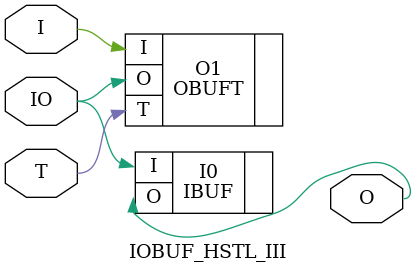
<source format=v>


`timescale  1 ps / 1 ps


module IOBUF_HSTL_III (O, IO, I, T);

    output O;

    inout  IO;

    input  I, T;

        OBUFT #(.IOSTANDARD("HSTL_III") ) O1 (.O(IO), .I(I), .T(T)); 
	IBUF #(.IOSTANDARD("HSTL_III"))  I0 (.O(O), .I(IO));
        

endmodule



</source>
